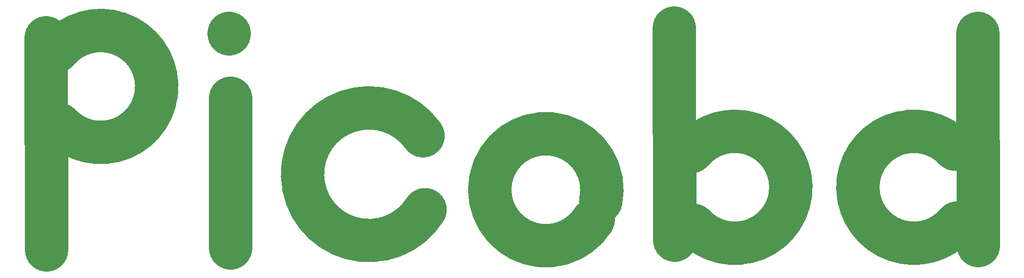
<source format=gbr>
%TF.GenerationSoftware,KiCad,Pcbnew,(6.0.2)*%
%TF.CreationDate,2022-03-07T02:27:41+09:00*%
%TF.ProjectId,presplit_39key_bottom,70726573-706c-4697-945f-33396b65795f,rev?*%
%TF.SameCoordinates,Original*%
%TF.FileFunction,Legend,Top*%
%TF.FilePolarity,Positive*%
%FSLAX46Y46*%
G04 Gerber Fmt 4.6, Leading zero omitted, Abs format (unit mm)*
G04 Created by KiCad (PCBNEW (6.0.2)) date 2022-03-07 02:27:41*
%MOMM*%
%LPD*%
G01*
G04 APERTURE LIST*
%ADD10C,7.500000*%
%ADD11C,0.150000*%
G04 APERTURE END LIST*
D10*
X212975849Y-81637500D02*
X212913349Y-44812500D01*
X209004139Y-64978419D02*
G75*
G03*
X209354139Y-77803419I-7129139J-6611833D01*
G01*
X163676262Y-78202085D02*
G75*
G03*
X163326262Y-65377085I7129139J6611833D01*
G01*
X160306250Y-80762500D02*
X160243750Y-43937500D01*
X147548342Y-74014154D02*
G75*
G03*
X146251706Y-77212307I-9524968J1999810D01*
G01*
X116725000Y-62650000D02*
G75*
G03*
X117075000Y-75475000I-9387865J-6673475D01*
G01*
X83075000Y-44925000D02*
X83071875Y-44868750D01*
X83306250Y-82112500D02*
X83300000Y-56100000D01*
X53676262Y-60702085D02*
G75*
G03*
X53326262Y-47877085I7129139J6611833D01*
G01*
X51381250Y-82437500D02*
X51318750Y-45612500D01*
D11*
%TO.C,*%
%TD*%
M02*

</source>
